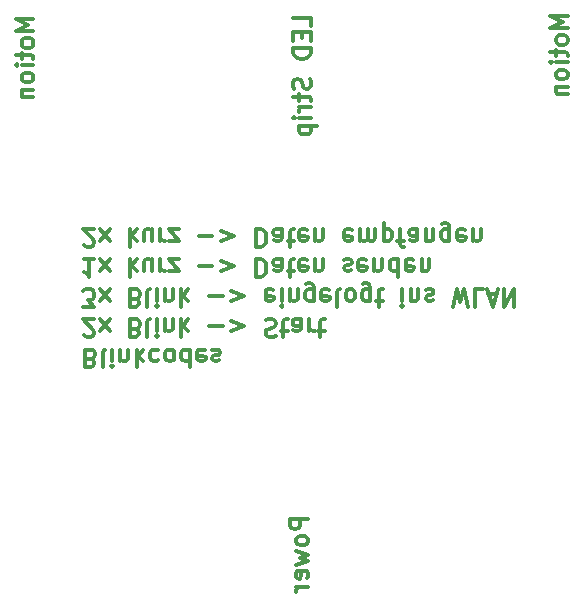
<source format=gbr>
G04 #@! TF.FileFunction,Legend,Bot*
%FSLAX46Y46*%
G04 Gerber Fmt 4.6, Leading zero omitted, Abs format (unit mm)*
G04 Created by KiCad (PCBNEW no-vcs-found-product) date Fri Nov  4 22:39:12 2016*
%MOMM*%
%LPD*%
G01*
G04 APERTURE LIST*
%ADD10C,0.100000*%
%ADD11C,0.300000*%
G04 APERTURE END LIST*
D10*
D11*
X72302142Y-129957142D02*
X72516428Y-129885714D01*
X72587857Y-129814285D01*
X72659285Y-129671428D01*
X72659285Y-129457142D01*
X72587857Y-129314285D01*
X72516428Y-129242857D01*
X72373571Y-129171428D01*
X71802142Y-129171428D01*
X71802142Y-130671428D01*
X72302142Y-130671428D01*
X72445000Y-130600000D01*
X72516428Y-130528571D01*
X72587857Y-130385714D01*
X72587857Y-130242857D01*
X72516428Y-130100000D01*
X72445000Y-130028571D01*
X72302142Y-129957142D01*
X71802142Y-129957142D01*
X73516428Y-129171428D02*
X73373571Y-129242857D01*
X73302142Y-129385714D01*
X73302142Y-130671428D01*
X74087857Y-129171428D02*
X74087857Y-130171428D01*
X74087857Y-130671428D02*
X74016428Y-130600000D01*
X74087857Y-130528571D01*
X74159285Y-130600000D01*
X74087857Y-130671428D01*
X74087857Y-130528571D01*
X74802142Y-130171428D02*
X74802142Y-129171428D01*
X74802142Y-130028571D02*
X74873571Y-130100000D01*
X75016428Y-130171428D01*
X75230714Y-130171428D01*
X75373571Y-130100000D01*
X75445000Y-129957142D01*
X75445000Y-129171428D01*
X76159285Y-129171428D02*
X76159285Y-130671428D01*
X76302142Y-129742857D02*
X76730714Y-129171428D01*
X76730714Y-130171428D02*
X76159285Y-129600000D01*
X78016428Y-129242857D02*
X77873571Y-129171428D01*
X77587857Y-129171428D01*
X77445000Y-129242857D01*
X77373571Y-129314285D01*
X77302142Y-129457142D01*
X77302142Y-129885714D01*
X77373571Y-130028571D01*
X77445000Y-130100000D01*
X77587857Y-130171428D01*
X77873571Y-130171428D01*
X78016428Y-130100000D01*
X78873571Y-129171428D02*
X78730714Y-129242857D01*
X78659285Y-129314285D01*
X78587857Y-129457142D01*
X78587857Y-129885714D01*
X78659285Y-130028571D01*
X78730714Y-130100000D01*
X78873571Y-130171428D01*
X79087857Y-130171428D01*
X79230714Y-130100000D01*
X79302142Y-130028571D01*
X79373571Y-129885714D01*
X79373571Y-129457142D01*
X79302142Y-129314285D01*
X79230714Y-129242857D01*
X79087857Y-129171428D01*
X78873571Y-129171428D01*
X80659285Y-129171428D02*
X80659285Y-130671428D01*
X80659285Y-129242857D02*
X80516428Y-129171428D01*
X80230714Y-129171428D01*
X80087857Y-129242857D01*
X80016428Y-129314285D01*
X79945000Y-129457142D01*
X79945000Y-129885714D01*
X80016428Y-130028571D01*
X80087857Y-130100000D01*
X80230714Y-130171428D01*
X80516428Y-130171428D01*
X80659285Y-130100000D01*
X81945000Y-129242857D02*
X81802142Y-129171428D01*
X81516428Y-129171428D01*
X81373571Y-129242857D01*
X81302142Y-129385714D01*
X81302142Y-129957142D01*
X81373571Y-130100000D01*
X81516428Y-130171428D01*
X81802142Y-130171428D01*
X81945000Y-130100000D01*
X82016428Y-129957142D01*
X82016428Y-129814285D01*
X81302142Y-129671428D01*
X82587857Y-129242857D02*
X82730714Y-129171428D01*
X83016428Y-129171428D01*
X83159285Y-129242857D01*
X83230714Y-129385714D01*
X83230714Y-129457142D01*
X83159285Y-129600000D01*
X83016428Y-129671428D01*
X82802142Y-129671428D01*
X82659285Y-129742857D01*
X82587857Y-129885714D01*
X82587857Y-129957142D01*
X82659285Y-130100000D01*
X82802142Y-130171428D01*
X83016428Y-130171428D01*
X83159285Y-130100000D01*
X71730714Y-127978571D02*
X71802142Y-128050000D01*
X71945000Y-128121428D01*
X72302142Y-128121428D01*
X72445000Y-128050000D01*
X72516428Y-127978571D01*
X72587857Y-127835714D01*
X72587857Y-127692857D01*
X72516428Y-127478571D01*
X71659285Y-126621428D01*
X72587857Y-126621428D01*
X73087857Y-126621428D02*
X73873571Y-127621428D01*
X73087857Y-127621428D02*
X73873571Y-126621428D01*
X76087857Y-127407142D02*
X76302142Y-127335714D01*
X76373571Y-127264285D01*
X76445000Y-127121428D01*
X76445000Y-126907142D01*
X76373571Y-126764285D01*
X76302142Y-126692857D01*
X76159285Y-126621428D01*
X75587857Y-126621428D01*
X75587857Y-128121428D01*
X76087857Y-128121428D01*
X76230714Y-128050000D01*
X76302142Y-127978571D01*
X76373571Y-127835714D01*
X76373571Y-127692857D01*
X76302142Y-127550000D01*
X76230714Y-127478571D01*
X76087857Y-127407142D01*
X75587857Y-127407142D01*
X77302142Y-126621428D02*
X77159285Y-126692857D01*
X77087857Y-126835714D01*
X77087857Y-128121428D01*
X77873571Y-126621428D02*
X77873571Y-127621428D01*
X77873571Y-128121428D02*
X77802142Y-128050000D01*
X77873571Y-127978571D01*
X77945000Y-128050000D01*
X77873571Y-128121428D01*
X77873571Y-127978571D01*
X78587857Y-127621428D02*
X78587857Y-126621428D01*
X78587857Y-127478571D02*
X78659285Y-127550000D01*
X78802142Y-127621428D01*
X79016428Y-127621428D01*
X79159285Y-127550000D01*
X79230714Y-127407142D01*
X79230714Y-126621428D01*
X79945000Y-126621428D02*
X79945000Y-128121428D01*
X80087857Y-127192857D02*
X80516428Y-126621428D01*
X80516428Y-127621428D02*
X79945000Y-127050000D01*
X82302142Y-127192857D02*
X83445000Y-127192857D01*
X84159285Y-127621428D02*
X85302142Y-127192857D01*
X84159285Y-126764285D01*
X87087857Y-126692857D02*
X87302142Y-126621428D01*
X87659285Y-126621428D01*
X87802142Y-126692857D01*
X87873571Y-126764285D01*
X87945000Y-126907142D01*
X87945000Y-127050000D01*
X87873571Y-127192857D01*
X87802142Y-127264285D01*
X87659285Y-127335714D01*
X87373571Y-127407142D01*
X87230714Y-127478571D01*
X87159285Y-127550000D01*
X87087857Y-127692857D01*
X87087857Y-127835714D01*
X87159285Y-127978571D01*
X87230714Y-128050000D01*
X87373571Y-128121428D01*
X87730714Y-128121428D01*
X87945000Y-128050000D01*
X88373571Y-127621428D02*
X88945000Y-127621428D01*
X88587857Y-128121428D02*
X88587857Y-126835714D01*
X88659285Y-126692857D01*
X88802142Y-126621428D01*
X88945000Y-126621428D01*
X90087857Y-126621428D02*
X90087857Y-127407142D01*
X90016428Y-127550000D01*
X89873571Y-127621428D01*
X89587857Y-127621428D01*
X89445000Y-127550000D01*
X90087857Y-126692857D02*
X89945000Y-126621428D01*
X89587857Y-126621428D01*
X89445000Y-126692857D01*
X89373571Y-126835714D01*
X89373571Y-126978571D01*
X89445000Y-127121428D01*
X89587857Y-127192857D01*
X89945000Y-127192857D01*
X90087857Y-127264285D01*
X90802142Y-126621428D02*
X90802142Y-127621428D01*
X90802142Y-127335714D02*
X90873571Y-127478571D01*
X90945000Y-127550000D01*
X91087857Y-127621428D01*
X91230714Y-127621428D01*
X91516428Y-127621428D02*
X92087857Y-127621428D01*
X91730714Y-128121428D02*
X91730714Y-126835714D01*
X91802142Y-126692857D01*
X91945000Y-126621428D01*
X92087857Y-126621428D01*
X71659285Y-125571428D02*
X72587857Y-125571428D01*
X72087857Y-125000000D01*
X72302142Y-125000000D01*
X72445000Y-124928571D01*
X72516428Y-124857142D01*
X72587857Y-124714285D01*
X72587857Y-124357142D01*
X72516428Y-124214285D01*
X72445000Y-124142857D01*
X72302142Y-124071428D01*
X71873571Y-124071428D01*
X71730714Y-124142857D01*
X71659285Y-124214285D01*
X73087857Y-124071428D02*
X73873571Y-125071428D01*
X73087857Y-125071428D02*
X73873571Y-124071428D01*
X76087857Y-124857142D02*
X76302142Y-124785714D01*
X76373571Y-124714285D01*
X76445000Y-124571428D01*
X76445000Y-124357142D01*
X76373571Y-124214285D01*
X76302142Y-124142857D01*
X76159285Y-124071428D01*
X75587857Y-124071428D01*
X75587857Y-125571428D01*
X76087857Y-125571428D01*
X76230714Y-125500000D01*
X76302142Y-125428571D01*
X76373571Y-125285714D01*
X76373571Y-125142857D01*
X76302142Y-125000000D01*
X76230714Y-124928571D01*
X76087857Y-124857142D01*
X75587857Y-124857142D01*
X77302142Y-124071428D02*
X77159285Y-124142857D01*
X77087857Y-124285714D01*
X77087857Y-125571428D01*
X77873571Y-124071428D02*
X77873571Y-125071428D01*
X77873571Y-125571428D02*
X77802142Y-125500000D01*
X77873571Y-125428571D01*
X77945000Y-125500000D01*
X77873571Y-125571428D01*
X77873571Y-125428571D01*
X78587857Y-125071428D02*
X78587857Y-124071428D01*
X78587857Y-124928571D02*
X78659285Y-125000000D01*
X78802142Y-125071428D01*
X79016428Y-125071428D01*
X79159285Y-125000000D01*
X79230714Y-124857142D01*
X79230714Y-124071428D01*
X79945000Y-124071428D02*
X79945000Y-125571428D01*
X80087857Y-124642857D02*
X80516428Y-124071428D01*
X80516428Y-125071428D02*
X79945000Y-124500000D01*
X82302142Y-124642857D02*
X83445000Y-124642857D01*
X84159285Y-125071428D02*
X85302142Y-124642857D01*
X84159285Y-124214285D01*
X87730714Y-124142857D02*
X87587857Y-124071428D01*
X87302142Y-124071428D01*
X87159285Y-124142857D01*
X87087857Y-124285714D01*
X87087857Y-124857142D01*
X87159285Y-125000000D01*
X87302142Y-125071428D01*
X87587857Y-125071428D01*
X87730714Y-125000000D01*
X87802142Y-124857142D01*
X87802142Y-124714285D01*
X87087857Y-124571428D01*
X88445000Y-124071428D02*
X88445000Y-125071428D01*
X88445000Y-125571428D02*
X88373571Y-125500000D01*
X88445000Y-125428571D01*
X88516428Y-125500000D01*
X88445000Y-125571428D01*
X88445000Y-125428571D01*
X89159285Y-125071428D02*
X89159285Y-124071428D01*
X89159285Y-124928571D02*
X89230714Y-125000000D01*
X89373571Y-125071428D01*
X89587857Y-125071428D01*
X89730714Y-125000000D01*
X89802142Y-124857142D01*
X89802142Y-124071428D01*
X91159285Y-125071428D02*
X91159285Y-123857142D01*
X91087857Y-123714285D01*
X91016428Y-123642857D01*
X90873571Y-123571428D01*
X90659285Y-123571428D01*
X90516428Y-123642857D01*
X91159285Y-124142857D02*
X91016428Y-124071428D01*
X90730714Y-124071428D01*
X90587857Y-124142857D01*
X90516428Y-124214285D01*
X90445000Y-124357142D01*
X90445000Y-124785714D01*
X90516428Y-124928571D01*
X90587857Y-125000000D01*
X90730714Y-125071428D01*
X91016428Y-125071428D01*
X91159285Y-125000000D01*
X92445000Y-124142857D02*
X92302142Y-124071428D01*
X92016428Y-124071428D01*
X91873571Y-124142857D01*
X91802142Y-124285714D01*
X91802142Y-124857142D01*
X91873571Y-125000000D01*
X92016428Y-125071428D01*
X92302142Y-125071428D01*
X92445000Y-125000000D01*
X92516428Y-124857142D01*
X92516428Y-124714285D01*
X91802142Y-124571428D01*
X93373571Y-124071428D02*
X93230714Y-124142857D01*
X93159285Y-124285714D01*
X93159285Y-125571428D01*
X94159285Y-124071428D02*
X94016428Y-124142857D01*
X93945000Y-124214285D01*
X93873571Y-124357142D01*
X93873571Y-124785714D01*
X93945000Y-124928571D01*
X94016428Y-125000000D01*
X94159285Y-125071428D01*
X94373571Y-125071428D01*
X94516428Y-125000000D01*
X94587857Y-124928571D01*
X94659285Y-124785714D01*
X94659285Y-124357142D01*
X94587857Y-124214285D01*
X94516428Y-124142857D01*
X94373571Y-124071428D01*
X94159285Y-124071428D01*
X95945000Y-125071428D02*
X95945000Y-123857142D01*
X95873571Y-123714285D01*
X95802142Y-123642857D01*
X95659285Y-123571428D01*
X95445000Y-123571428D01*
X95302142Y-123642857D01*
X95945000Y-124142857D02*
X95802142Y-124071428D01*
X95516428Y-124071428D01*
X95373571Y-124142857D01*
X95302142Y-124214285D01*
X95230714Y-124357142D01*
X95230714Y-124785714D01*
X95302142Y-124928571D01*
X95373571Y-125000000D01*
X95516428Y-125071428D01*
X95802142Y-125071428D01*
X95945000Y-125000000D01*
X96445000Y-125071428D02*
X97016428Y-125071428D01*
X96659285Y-125571428D02*
X96659285Y-124285714D01*
X96730714Y-124142857D01*
X96873571Y-124071428D01*
X97016428Y-124071428D01*
X98659285Y-124071428D02*
X98659285Y-125071428D01*
X98659285Y-125571428D02*
X98587857Y-125500000D01*
X98659285Y-125428571D01*
X98730714Y-125500000D01*
X98659285Y-125571428D01*
X98659285Y-125428571D01*
X99373571Y-125071428D02*
X99373571Y-124071428D01*
X99373571Y-124928571D02*
X99445000Y-125000000D01*
X99587857Y-125071428D01*
X99802142Y-125071428D01*
X99945000Y-125000000D01*
X100016428Y-124857142D01*
X100016428Y-124071428D01*
X100659285Y-124142857D02*
X100802142Y-124071428D01*
X101087857Y-124071428D01*
X101230714Y-124142857D01*
X101302142Y-124285714D01*
X101302142Y-124357142D01*
X101230714Y-124500000D01*
X101087857Y-124571428D01*
X100873571Y-124571428D01*
X100730714Y-124642857D01*
X100659285Y-124785714D01*
X100659285Y-124857142D01*
X100730714Y-125000000D01*
X100873571Y-125071428D01*
X101087857Y-125071428D01*
X101230714Y-125000000D01*
X102945000Y-125571428D02*
X103302142Y-124071428D01*
X103587857Y-125142857D01*
X103873571Y-124071428D01*
X104230714Y-125571428D01*
X105516428Y-124071428D02*
X104802142Y-124071428D01*
X104802142Y-125571428D01*
X105945000Y-124500000D02*
X106659285Y-124500000D01*
X105802142Y-124071428D02*
X106302142Y-125571428D01*
X106802142Y-124071428D01*
X107302142Y-124071428D02*
X107302142Y-125571428D01*
X108159285Y-124071428D01*
X108159285Y-125571428D01*
X72587857Y-121521428D02*
X71730714Y-121521428D01*
X72159285Y-121521428D02*
X72159285Y-123021428D01*
X72016428Y-122807142D01*
X71873571Y-122664285D01*
X71730714Y-122592857D01*
X73087857Y-121521428D02*
X73873571Y-122521428D01*
X73087857Y-122521428D02*
X73873571Y-121521428D01*
X75587857Y-121521428D02*
X75587857Y-123021428D01*
X75730714Y-122092857D02*
X76159285Y-121521428D01*
X76159285Y-122521428D02*
X75587857Y-121950000D01*
X77445000Y-122521428D02*
X77445000Y-121521428D01*
X76802142Y-122521428D02*
X76802142Y-121735714D01*
X76873571Y-121592857D01*
X77016428Y-121521428D01*
X77230714Y-121521428D01*
X77373571Y-121592857D01*
X77445000Y-121664285D01*
X78159285Y-121521428D02*
X78159285Y-122521428D01*
X78159285Y-122235714D02*
X78230714Y-122378571D01*
X78302142Y-122450000D01*
X78445000Y-122521428D01*
X78587857Y-122521428D01*
X78945000Y-122521428D02*
X79730714Y-122521428D01*
X78945000Y-121521428D01*
X79730714Y-121521428D01*
X81445000Y-122092857D02*
X82587857Y-122092857D01*
X83302142Y-122521428D02*
X84445000Y-122092857D01*
X83302142Y-121664285D01*
X86302142Y-121521428D02*
X86302142Y-123021428D01*
X86659285Y-123021428D01*
X86873571Y-122950000D01*
X87016428Y-122807142D01*
X87087857Y-122664285D01*
X87159285Y-122378571D01*
X87159285Y-122164285D01*
X87087857Y-121878571D01*
X87016428Y-121735714D01*
X86873571Y-121592857D01*
X86659285Y-121521428D01*
X86302142Y-121521428D01*
X88445000Y-121521428D02*
X88445000Y-122307142D01*
X88373571Y-122450000D01*
X88230714Y-122521428D01*
X87945000Y-122521428D01*
X87802142Y-122450000D01*
X88445000Y-121592857D02*
X88302142Y-121521428D01*
X87945000Y-121521428D01*
X87802142Y-121592857D01*
X87730714Y-121735714D01*
X87730714Y-121878571D01*
X87802142Y-122021428D01*
X87945000Y-122092857D01*
X88302142Y-122092857D01*
X88445000Y-122164285D01*
X88945000Y-122521428D02*
X89516428Y-122521428D01*
X89159285Y-123021428D02*
X89159285Y-121735714D01*
X89230714Y-121592857D01*
X89373571Y-121521428D01*
X89516428Y-121521428D01*
X90587857Y-121592857D02*
X90445000Y-121521428D01*
X90159285Y-121521428D01*
X90016428Y-121592857D01*
X89945000Y-121735714D01*
X89945000Y-122307142D01*
X90016428Y-122450000D01*
X90159285Y-122521428D01*
X90445000Y-122521428D01*
X90587857Y-122450000D01*
X90659285Y-122307142D01*
X90659285Y-122164285D01*
X89945000Y-122021428D01*
X91302142Y-122521428D02*
X91302142Y-121521428D01*
X91302142Y-122378571D02*
X91373571Y-122450000D01*
X91516428Y-122521428D01*
X91730714Y-122521428D01*
X91873571Y-122450000D01*
X91945000Y-122307142D01*
X91945000Y-121521428D01*
X93730714Y-121592857D02*
X93873571Y-121521428D01*
X94159285Y-121521428D01*
X94302142Y-121592857D01*
X94373571Y-121735714D01*
X94373571Y-121807142D01*
X94302142Y-121950000D01*
X94159285Y-122021428D01*
X93945000Y-122021428D01*
X93802142Y-122092857D01*
X93730714Y-122235714D01*
X93730714Y-122307142D01*
X93802142Y-122450000D01*
X93945000Y-122521428D01*
X94159285Y-122521428D01*
X94302142Y-122450000D01*
X95587857Y-121592857D02*
X95445000Y-121521428D01*
X95159285Y-121521428D01*
X95016428Y-121592857D01*
X94945000Y-121735714D01*
X94945000Y-122307142D01*
X95016428Y-122450000D01*
X95159285Y-122521428D01*
X95445000Y-122521428D01*
X95587857Y-122450000D01*
X95659285Y-122307142D01*
X95659285Y-122164285D01*
X94945000Y-122021428D01*
X96302142Y-122521428D02*
X96302142Y-121521428D01*
X96302142Y-122378571D02*
X96373571Y-122450000D01*
X96516428Y-122521428D01*
X96730714Y-122521428D01*
X96873571Y-122450000D01*
X96945000Y-122307142D01*
X96945000Y-121521428D01*
X98302142Y-121521428D02*
X98302142Y-123021428D01*
X98302142Y-121592857D02*
X98159285Y-121521428D01*
X97873571Y-121521428D01*
X97730714Y-121592857D01*
X97659285Y-121664285D01*
X97587857Y-121807142D01*
X97587857Y-122235714D01*
X97659285Y-122378571D01*
X97730714Y-122450000D01*
X97873571Y-122521428D01*
X98159285Y-122521428D01*
X98302142Y-122450000D01*
X99587857Y-121592857D02*
X99445000Y-121521428D01*
X99159285Y-121521428D01*
X99016428Y-121592857D01*
X98945000Y-121735714D01*
X98945000Y-122307142D01*
X99016428Y-122450000D01*
X99159285Y-122521428D01*
X99445000Y-122521428D01*
X99587857Y-122450000D01*
X99659285Y-122307142D01*
X99659285Y-122164285D01*
X98945000Y-122021428D01*
X100302142Y-122521428D02*
X100302142Y-121521428D01*
X100302142Y-122378571D02*
X100373571Y-122450000D01*
X100516428Y-122521428D01*
X100730714Y-122521428D01*
X100873571Y-122450000D01*
X100945000Y-122307142D01*
X100945000Y-121521428D01*
X71730714Y-120328571D02*
X71802142Y-120400000D01*
X71945000Y-120471428D01*
X72302142Y-120471428D01*
X72445000Y-120400000D01*
X72516428Y-120328571D01*
X72587857Y-120185714D01*
X72587857Y-120042857D01*
X72516428Y-119828571D01*
X71659285Y-118971428D01*
X72587857Y-118971428D01*
X73087857Y-118971428D02*
X73873571Y-119971428D01*
X73087857Y-119971428D02*
X73873571Y-118971428D01*
X75587857Y-118971428D02*
X75587857Y-120471428D01*
X75730714Y-119542857D02*
X76159285Y-118971428D01*
X76159285Y-119971428D02*
X75587857Y-119400000D01*
X77445000Y-119971428D02*
X77445000Y-118971428D01*
X76802142Y-119971428D02*
X76802142Y-119185714D01*
X76873571Y-119042857D01*
X77016428Y-118971428D01*
X77230714Y-118971428D01*
X77373571Y-119042857D01*
X77445000Y-119114285D01*
X78159285Y-118971428D02*
X78159285Y-119971428D01*
X78159285Y-119685714D02*
X78230714Y-119828571D01*
X78302142Y-119900000D01*
X78445000Y-119971428D01*
X78587857Y-119971428D01*
X78945000Y-119971428D02*
X79730714Y-119971428D01*
X78945000Y-118971428D01*
X79730714Y-118971428D01*
X81445000Y-119542857D02*
X82587857Y-119542857D01*
X83302142Y-119971428D02*
X84445000Y-119542857D01*
X83302142Y-119114285D01*
X86302142Y-118971428D02*
X86302142Y-120471428D01*
X86659285Y-120471428D01*
X86873571Y-120400000D01*
X87016428Y-120257142D01*
X87087857Y-120114285D01*
X87159285Y-119828571D01*
X87159285Y-119614285D01*
X87087857Y-119328571D01*
X87016428Y-119185714D01*
X86873571Y-119042857D01*
X86659285Y-118971428D01*
X86302142Y-118971428D01*
X88445000Y-118971428D02*
X88445000Y-119757142D01*
X88373571Y-119900000D01*
X88230714Y-119971428D01*
X87945000Y-119971428D01*
X87802142Y-119900000D01*
X88445000Y-119042857D02*
X88302142Y-118971428D01*
X87945000Y-118971428D01*
X87802142Y-119042857D01*
X87730714Y-119185714D01*
X87730714Y-119328571D01*
X87802142Y-119471428D01*
X87945000Y-119542857D01*
X88302142Y-119542857D01*
X88445000Y-119614285D01*
X88945000Y-119971428D02*
X89516428Y-119971428D01*
X89159285Y-120471428D02*
X89159285Y-119185714D01*
X89230714Y-119042857D01*
X89373571Y-118971428D01*
X89516428Y-118971428D01*
X90587857Y-119042857D02*
X90445000Y-118971428D01*
X90159285Y-118971428D01*
X90016428Y-119042857D01*
X89945000Y-119185714D01*
X89945000Y-119757142D01*
X90016428Y-119900000D01*
X90159285Y-119971428D01*
X90445000Y-119971428D01*
X90587857Y-119900000D01*
X90659285Y-119757142D01*
X90659285Y-119614285D01*
X89945000Y-119471428D01*
X91302142Y-119971428D02*
X91302142Y-118971428D01*
X91302142Y-119828571D02*
X91373571Y-119900000D01*
X91516428Y-119971428D01*
X91730714Y-119971428D01*
X91873571Y-119900000D01*
X91945000Y-119757142D01*
X91945000Y-118971428D01*
X94373571Y-119042857D02*
X94230714Y-118971428D01*
X93945000Y-118971428D01*
X93802142Y-119042857D01*
X93730714Y-119185714D01*
X93730714Y-119757142D01*
X93802142Y-119900000D01*
X93945000Y-119971428D01*
X94230714Y-119971428D01*
X94373571Y-119900000D01*
X94445000Y-119757142D01*
X94445000Y-119614285D01*
X93730714Y-119471428D01*
X95087857Y-118971428D02*
X95087857Y-119971428D01*
X95087857Y-119828571D02*
X95159285Y-119900000D01*
X95302142Y-119971428D01*
X95516428Y-119971428D01*
X95659285Y-119900000D01*
X95730714Y-119757142D01*
X95730714Y-118971428D01*
X95730714Y-119757142D02*
X95802142Y-119900000D01*
X95945000Y-119971428D01*
X96159285Y-119971428D01*
X96302142Y-119900000D01*
X96373571Y-119757142D01*
X96373571Y-118971428D01*
X97087857Y-119971428D02*
X97087857Y-118471428D01*
X97087857Y-119900000D02*
X97230714Y-119971428D01*
X97516428Y-119971428D01*
X97659285Y-119900000D01*
X97730714Y-119828571D01*
X97802142Y-119685714D01*
X97802142Y-119257142D01*
X97730714Y-119114285D01*
X97659285Y-119042857D01*
X97516428Y-118971428D01*
X97230714Y-118971428D01*
X97087857Y-119042857D01*
X98230714Y-119971428D02*
X98802142Y-119971428D01*
X98445000Y-118971428D02*
X98445000Y-120257142D01*
X98516428Y-120400000D01*
X98659285Y-120471428D01*
X98802142Y-120471428D01*
X99945000Y-118971428D02*
X99945000Y-119757142D01*
X99873571Y-119900000D01*
X99730714Y-119971428D01*
X99445000Y-119971428D01*
X99302142Y-119900000D01*
X99945000Y-119042857D02*
X99802142Y-118971428D01*
X99445000Y-118971428D01*
X99302142Y-119042857D01*
X99230714Y-119185714D01*
X99230714Y-119328571D01*
X99302142Y-119471428D01*
X99445000Y-119542857D01*
X99802142Y-119542857D01*
X99945000Y-119614285D01*
X100659285Y-119971428D02*
X100659285Y-118971428D01*
X100659285Y-119828571D02*
X100730714Y-119900000D01*
X100873571Y-119971428D01*
X101087857Y-119971428D01*
X101230714Y-119900000D01*
X101302142Y-119757142D01*
X101302142Y-118971428D01*
X102659285Y-119971428D02*
X102659285Y-118757142D01*
X102587857Y-118614285D01*
X102516428Y-118542857D01*
X102373571Y-118471428D01*
X102159285Y-118471428D01*
X102016428Y-118542857D01*
X102659285Y-119042857D02*
X102516428Y-118971428D01*
X102230714Y-118971428D01*
X102087857Y-119042857D01*
X102016428Y-119114285D01*
X101945000Y-119257142D01*
X101945000Y-119685714D01*
X102016428Y-119828571D01*
X102087857Y-119900000D01*
X102230714Y-119971428D01*
X102516428Y-119971428D01*
X102659285Y-119900000D01*
X103945000Y-119042857D02*
X103802142Y-118971428D01*
X103516428Y-118971428D01*
X103373571Y-119042857D01*
X103302142Y-119185714D01*
X103302142Y-119757142D01*
X103373571Y-119900000D01*
X103516428Y-119971428D01*
X103802142Y-119971428D01*
X103945000Y-119900000D01*
X104016428Y-119757142D01*
X104016428Y-119614285D01*
X103302142Y-119471428D01*
X104659285Y-119971428D02*
X104659285Y-118971428D01*
X104659285Y-119828571D02*
X104730714Y-119900000D01*
X104873571Y-119971428D01*
X105087857Y-119971428D01*
X105230714Y-119900000D01*
X105302142Y-119757142D01*
X105302142Y-118971428D01*
X67428571Y-101178571D02*
X65928571Y-101178571D01*
X67000000Y-101678571D01*
X65928571Y-102178571D01*
X67428571Y-102178571D01*
X67428571Y-103107142D02*
X67357142Y-102964285D01*
X67285714Y-102892857D01*
X67142857Y-102821428D01*
X66714285Y-102821428D01*
X66571428Y-102892857D01*
X66500000Y-102964285D01*
X66428571Y-103107142D01*
X66428571Y-103321428D01*
X66500000Y-103464285D01*
X66571428Y-103535714D01*
X66714285Y-103607142D01*
X67142857Y-103607142D01*
X67285714Y-103535714D01*
X67357142Y-103464285D01*
X67428571Y-103321428D01*
X67428571Y-103107142D01*
X66428571Y-104035714D02*
X66428571Y-104607142D01*
X65928571Y-104250000D02*
X67214285Y-104250000D01*
X67357142Y-104321428D01*
X67428571Y-104464285D01*
X67428571Y-104607142D01*
X67428571Y-105107142D02*
X66428571Y-105107142D01*
X65928571Y-105107142D02*
X66000000Y-105035714D01*
X66071428Y-105107142D01*
X66000000Y-105178571D01*
X65928571Y-105107142D01*
X66071428Y-105107142D01*
X67428571Y-106035714D02*
X67357142Y-105892857D01*
X67285714Y-105821428D01*
X67142857Y-105750000D01*
X66714285Y-105750000D01*
X66571428Y-105821428D01*
X66500000Y-105892857D01*
X66428571Y-106035714D01*
X66428571Y-106250000D01*
X66500000Y-106392857D01*
X66571428Y-106464285D01*
X66714285Y-106535714D01*
X67142857Y-106535714D01*
X67285714Y-106464285D01*
X67357142Y-106392857D01*
X67428571Y-106250000D01*
X67428571Y-106035714D01*
X66428571Y-107178571D02*
X67428571Y-107178571D01*
X66571428Y-107178571D02*
X66500000Y-107250000D01*
X66428571Y-107392857D01*
X66428571Y-107607142D01*
X66500000Y-107750000D01*
X66642857Y-107821428D01*
X67428571Y-107821428D01*
X112678571Y-100928571D02*
X111178571Y-100928571D01*
X112250000Y-101428571D01*
X111178571Y-101928571D01*
X112678571Y-101928571D01*
X112678571Y-102857142D02*
X112607142Y-102714285D01*
X112535714Y-102642857D01*
X112392857Y-102571428D01*
X111964285Y-102571428D01*
X111821428Y-102642857D01*
X111750000Y-102714285D01*
X111678571Y-102857142D01*
X111678571Y-103071428D01*
X111750000Y-103214285D01*
X111821428Y-103285714D01*
X111964285Y-103357142D01*
X112392857Y-103357142D01*
X112535714Y-103285714D01*
X112607142Y-103214285D01*
X112678571Y-103071428D01*
X112678571Y-102857142D01*
X111678571Y-103785714D02*
X111678571Y-104357142D01*
X111178571Y-104000000D02*
X112464285Y-104000000D01*
X112607142Y-104071428D01*
X112678571Y-104214285D01*
X112678571Y-104357142D01*
X112678571Y-104857142D02*
X111678571Y-104857142D01*
X111178571Y-104857142D02*
X111250000Y-104785714D01*
X111321428Y-104857142D01*
X111250000Y-104928571D01*
X111178571Y-104857142D01*
X111321428Y-104857142D01*
X112678571Y-105785714D02*
X112607142Y-105642857D01*
X112535714Y-105571428D01*
X112392857Y-105500000D01*
X111964285Y-105500000D01*
X111821428Y-105571428D01*
X111750000Y-105642857D01*
X111678571Y-105785714D01*
X111678571Y-106000000D01*
X111750000Y-106142857D01*
X111821428Y-106214285D01*
X111964285Y-106285714D01*
X112392857Y-106285714D01*
X112535714Y-106214285D01*
X112607142Y-106142857D01*
X112678571Y-106000000D01*
X112678571Y-105785714D01*
X111678571Y-106928571D02*
X112678571Y-106928571D01*
X111821428Y-106928571D02*
X111750000Y-107000000D01*
X111678571Y-107142857D01*
X111678571Y-107357142D01*
X111750000Y-107500000D01*
X111892857Y-107571428D01*
X112678571Y-107571428D01*
X90928571Y-101821428D02*
X90928571Y-101107142D01*
X89428571Y-101107142D01*
X90142857Y-102321428D02*
X90142857Y-102821428D01*
X90928571Y-103035714D02*
X90928571Y-102321428D01*
X89428571Y-102321428D01*
X89428571Y-103035714D01*
X90928571Y-103678571D02*
X89428571Y-103678571D01*
X89428571Y-104035714D01*
X89500000Y-104250000D01*
X89642857Y-104392857D01*
X89785714Y-104464285D01*
X90071428Y-104535714D01*
X90285714Y-104535714D01*
X90571428Y-104464285D01*
X90714285Y-104392857D01*
X90857142Y-104250000D01*
X90928571Y-104035714D01*
X90928571Y-103678571D01*
X90857142Y-106250000D02*
X90928571Y-106464285D01*
X90928571Y-106821428D01*
X90857142Y-106964285D01*
X90785714Y-107035714D01*
X90642857Y-107107142D01*
X90500000Y-107107142D01*
X90357142Y-107035714D01*
X90285714Y-106964285D01*
X90214285Y-106821428D01*
X90142857Y-106535714D01*
X90071428Y-106392857D01*
X90000000Y-106321428D01*
X89857142Y-106250000D01*
X89714285Y-106250000D01*
X89571428Y-106321428D01*
X89500000Y-106392857D01*
X89428571Y-106535714D01*
X89428571Y-106892857D01*
X89500000Y-107107142D01*
X89928571Y-107535714D02*
X89928571Y-108107142D01*
X89428571Y-107750000D02*
X90714285Y-107750000D01*
X90857142Y-107821428D01*
X90928571Y-107964285D01*
X90928571Y-108107142D01*
X90928571Y-108607142D02*
X89928571Y-108607142D01*
X90214285Y-108607142D02*
X90071428Y-108678571D01*
X90000000Y-108750000D01*
X89928571Y-108892857D01*
X89928571Y-109035714D01*
X90928571Y-109535714D02*
X89928571Y-109535714D01*
X89428571Y-109535714D02*
X89500000Y-109464285D01*
X89571428Y-109535714D01*
X89500000Y-109607142D01*
X89428571Y-109535714D01*
X89571428Y-109535714D01*
X89928571Y-110250000D02*
X91428571Y-110250000D01*
X90000000Y-110250000D02*
X89928571Y-110392857D01*
X89928571Y-110678571D01*
X90000000Y-110821428D01*
X90071428Y-110892857D01*
X90214285Y-110964285D01*
X90642857Y-110964285D01*
X90785714Y-110892857D01*
X90857142Y-110821428D01*
X90928571Y-110678571D01*
X90928571Y-110392857D01*
X90857142Y-110250000D01*
X90678571Y-143535714D02*
X89178571Y-143535714D01*
X89178571Y-144107142D01*
X89250000Y-144250000D01*
X89321428Y-144321428D01*
X89464285Y-144392857D01*
X89678571Y-144392857D01*
X89821428Y-144321428D01*
X89892857Y-144250000D01*
X89964285Y-144107142D01*
X89964285Y-143535714D01*
X90678571Y-145250000D02*
X90607142Y-145107142D01*
X90535714Y-145035714D01*
X90392857Y-144964285D01*
X89964285Y-144964285D01*
X89821428Y-145035714D01*
X89750000Y-145107142D01*
X89678571Y-145250000D01*
X89678571Y-145464285D01*
X89750000Y-145607142D01*
X89821428Y-145678571D01*
X89964285Y-145750000D01*
X90392857Y-145750000D01*
X90535714Y-145678571D01*
X90607142Y-145607142D01*
X90678571Y-145464285D01*
X90678571Y-145250000D01*
X89678571Y-146250000D02*
X90678571Y-146535714D01*
X89964285Y-146821428D01*
X90678571Y-147107142D01*
X89678571Y-147392857D01*
X90607142Y-148535714D02*
X90678571Y-148392857D01*
X90678571Y-148107142D01*
X90607142Y-147964285D01*
X90464285Y-147892857D01*
X89892857Y-147892857D01*
X89750000Y-147964285D01*
X89678571Y-148107142D01*
X89678571Y-148392857D01*
X89750000Y-148535714D01*
X89892857Y-148607142D01*
X90035714Y-148607142D01*
X90178571Y-147892857D01*
X90678571Y-149250000D02*
X89678571Y-149250000D01*
X89964285Y-149250000D02*
X89821428Y-149321428D01*
X89750000Y-149392857D01*
X89678571Y-149535714D01*
X89678571Y-149678571D01*
M02*

</source>
